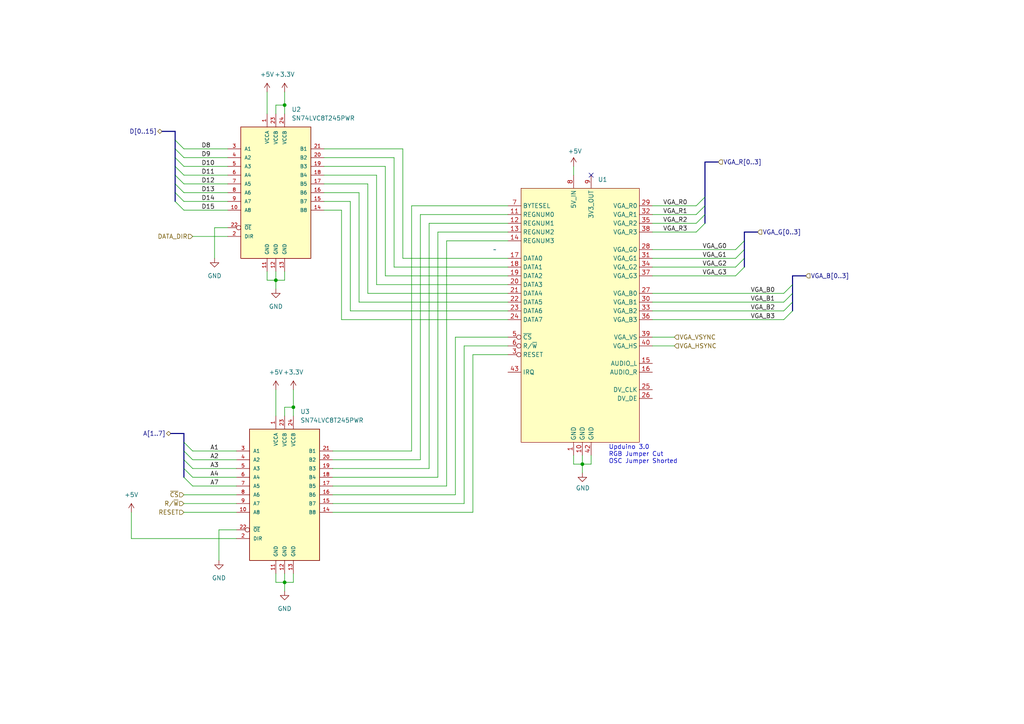
<source format=kicad_sch>
(kicad_sch (version 20230121) (generator eeschema)
  (paper "A4")
  (lib_symbols
    (symbol "+5V_1" (power) (pin_names (offset 0))
      (property "Value" "+5V_1" (at 0 3.556 0))
      (symbol "+5V_1_0_1"
        (polyline (pts (xy -0.762 1.27) (xy 0 2.54)))
        (polyline (pts (xy 0 0) (xy 0 2.54)))
        (polyline (pts (xy 0 2.54) (xy 0.762 1.27)))
      )
      (symbol "+5V_1_1_1"
        (pin power_in line (at 0 0 90) (length 0) hide (name "+5V") (number "1"))
      )
    )
    (symbol "Ddraig:SN74LVC8T245PWR" (pin_names (offset 1.016))
      (property "Reference" "U" (at -12.7 31.4706 0))
      (property "Value" "SN74LVC8T245PWR" (at 5.08 -10.16 0))
      (symbol "SN74LVC8T245PWR_0_0"
        (rectangle (start -10.16 -7.62) (end 10.16 30.48) (stroke (width 0.2032)) (fill (type background)))
        (pin power_in line (at -2.54 34.29 270) (length 3.81) (name "VCCA") (number "1"))
        (pin bidirectional line (at -13.97 6.35 0) (length 3.81) (name "A8") (number "10"))
        (pin power_in line (at -2.54 -11.43 90) (length 3.81) (name "GND") (number "11"))
        (pin power_in line (at 0 -11.43 90) (length 3.81) (name "GND") (number "12"))
        (pin power_in line (at 2.54 -11.43 90) (length 3.81) (name "GND") (number "13"))
        (pin bidirectional line (at 13.97 6.35 180) (length 3.81) (name "B8") (number "14"))
        (pin bidirectional line (at 13.97 8.89 180) (length 3.81) (name "B7") (number "15"))
        (pin bidirectional line (at 13.97 11.43 180) (length 3.81) (name "B6") (number "16"))
        (pin bidirectional line (at 13.97 13.97 180) (length 3.81) (name "B5") (number "17"))
        (pin bidirectional line (at 13.97 16.51 180) (length 3.81) (name "B4") (number "18"))
        (pin bidirectional line (at 13.97 19.05 180) (length 3.81) (name "B3") (number "19"))
        (pin input line (at -13.97 -1.27 0) (length 3.81) (name "DIR") (number "2"))
        (pin bidirectional line (at 13.97 21.59 180) (length 3.81) (name "B2") (number "20"))
        (pin bidirectional line (at 13.97 24.13 180) (length 3.81) (name "B1") (number "21"))
        (pin input inverted (at -13.97 1.27 0) (length 3.81) (name "~{OE}") (number "22"))
        (pin power_in line (at 0 34.29 270) (length 3.81) (name "VCCB") (number "23"))
        (pin power_in line (at 2.54 34.29 270) (length 3.81) (name "VCCB") (number "24"))
        (pin bidirectional line (at -13.97 24.13 0) (length 3.81) (name "A1") (number "3"))
        (pin bidirectional line (at -13.97 21.59 0) (length 3.81) (name "A2") (number "4"))
        (pin bidirectional line (at -13.97 19.05 0) (length 3.81) (name "A3") (number "5"))
        (pin bidirectional line (at -13.97 16.51 0) (length 3.81) (name "A4") (number "6"))
        (pin bidirectional line (at -13.97 13.97 0) (length 3.81) (name "A5") (number "7"))
        (pin bidirectional line (at -13.97 11.43 0) (length 3.81) (name "A6") (number "8"))
        (pin bidirectional line (at -13.97 8.89 0) (length 3.81) (name "A7") (number "9"))
      )
    )
    (symbol "Ddraig:Xosera_upduino"
      (property "Reference" "U" (at -25.4 0 0))
      (symbol "Xosera_upduino_1_1"
        (rectangle (start -17.78 17.78) (end 16.51 -55.88) (fill (type background)))
        (pin power_in line (at -2.54 -59.69 90) (length 3.81) (name "GND") (number "1"))
        (pin power_in line (at 0 -59.69 90) (length 3.81) (name "GND") (number "10"))
        (pin input line (at -21.59 10.16 0) (length 3.81) (name "REGNUM0") (number "11"))
        (pin input line (at -21.59 7.62 0) (length 3.81) (name "REGNUM1") (number "12"))
        (pin input line (at -21.59 5.08 0) (length 3.81) (name "REGNUM2") (number "13"))
        (pin input line (at -21.59 2.54 0) (length 3.81) (name "REGNUM3") (number "14"))
        (pin output line (at 20.32 -33.02 180) (length 3.81) (name "AUDIO_L") (number "15"))
        (pin output line (at 20.32 -35.56 180) (length 3.81) (name "AUDIO_R") (number "16"))
        (pin bidirectional line (at -21.59 -2.54 0) (length 3.81) (name "DATA0") (number "17"))
        (pin bidirectional line (at -21.59 -5.08 0) (length 3.81) (name "DATA1") (number "18"))
        (pin bidirectional line (at -21.59 -7.62 0) (length 3.81) (name "DATA2") (number "19"))
        (pin no_connect line (at -21.59 -40.64 0) (length 3.81) hide (name "NC") (number "2"))
        (pin bidirectional line (at -21.59 -10.16 0) (length 3.81) (name "DATA3") (number "20"))
        (pin bidirectional line (at -21.59 -12.7 0) (length 3.81) (name "DATA4") (number "21"))
        (pin bidirectional line (at -21.59 -15.24 0) (length 3.81) (name "DATA5") (number "22"))
        (pin bidirectional line (at -21.59 -17.78 0) (length 3.81) (name "DATA6") (number "23"))
        (pin bidirectional line (at -21.59 -20.32 0) (length 3.81) (name "DATA7") (number "24"))
        (pin output line (at 20.32 -40.64 180) (length 3.81) (name "DV_CLK") (number "25"))
        (pin output line (at 20.32 -43.18 180) (length 3.81) (name "DV_DE") (number "26"))
        (pin output line (at 20.32 -12.7 180) (length 3.81) (name "VGA_B0") (number "27"))
        (pin output line (at 20.32 0 180) (length 3.81) (name "VGA_G0") (number "28"))
        (pin output line (at 20.32 12.7 180) (length 3.81) (name "VGA_R0") (number "29"))
        (pin input inverted (at -21.59 -30.48 0) (length 3.81) (name "RESET") (number "3"))
        (pin output line (at 20.32 -15.24 180) (length 3.81) (name "VGA_B1") (number "30"))
        (pin output line (at 20.32 -2.54 180) (length 3.81) (name "VGA_G1") (number "31"))
        (pin output line (at 20.32 10.16 180) (length 3.81) (name "VGA_R1") (number "32"))
        (pin output line (at 20.32 -17.78 180) (length 3.81) (name "VGA_B2") (number "33"))
        (pin output line (at 20.32 -5.08 180) (length 3.81) (name "VGA_G2") (number "34"))
        (pin output line (at 20.32 7.62 180) (length 3.81) (name "VGA_R2") (number "35"))
        (pin output line (at 20.32 -20.32 180) (length 3.81) (name "VGA_B3") (number "36"))
        (pin output line (at 20.32 -7.62 180) (length 3.81) (name "VGA_G3") (number "37"))
        (pin output line (at 20.32 5.08 180) (length 3.81) (name "VGA_R3") (number "38"))
        (pin output line (at 20.32 -25.4 180) (length 3.81) (name "VGA_VS") (number "39"))
        (pin no_connect line (at -21.59 -43.18 0) (length 3.81) hide (name "NC") (number "4"))
        (pin output line (at 20.32 -27.94 180) (length 3.81) (name "VGA_HS") (number "40"))
        (pin no_connect line (at -21.59 -45.72 0) (length 3.81) hide (name "NC") (number "41"))
        (pin power_in line (at 2.54 -59.69 90) (length 3.81) (name "GND") (number "42"))
        (pin output line (at -21.59 -35.56 0) (length 3.81) (name "IRQ") (number "43"))
        (pin no_connect line (at -21.59 -48.26 0) (length 3.81) hide (name "NC") (number "44"))
        (pin no_connect line (at -21.59 -50.8 0) (length 3.81) hide (name "NC") (number "45"))
        (pin no_connect line (at 20.32 -48.26 180) (length 3.81) hide (name "NC") (number "46"))
        (pin no_connect line (at 20.32 -50.8 180) (length 3.81) hide (name "NC") (number "47"))
        (pin no_connect line (at 20.32 -53.34 180) (length 3.81) hide (name "NC") (number "48"))
        (pin input inverted (at -21.59 -25.4 0) (length 3.81) (name "~{CS}") (number "5"))
        (pin input inverted (at -21.59 -27.94 0) (length 3.81) (name "R/~{W}") (number "6"))
        (pin input line (at -21.59 12.7 0) (length 3.81) (name "BYTESEL") (number "7"))
        (pin power_in line (at -2.54 21.59 270) (length 3.81) (name "5V_IN") (number "8"))
        (pin power_out line (at 2.54 21.59 270) (length 3.81) (name "3V3_OUT") (number "9"))
      )
    )
    (symbol "GND_1" (power) (pin_names (offset 0))
      (property "Value" "GND_1" (at 0 -3.81 0))
      (symbol "GND_1_0_1"
        (polyline (pts (xy 0 0) (xy 0 -1.27) (xy 1.27 -1.27) (xy 0 -2.54) (xy -1.27 -1.27) (xy 0 -1.27)))
      )
      (symbol "GND_1_1_1"
        (pin power_in line (at 0 0 270) (length 0) hide (name "GND") (number "1"))
      )
    )
    (symbol "GND_2" (power) (pin_names (offset 0))
      (property "Value" "GND_2" (at 0 -3.81 0))
      (symbol "GND_2_0_1"
        (polyline (pts (xy 0 0) (xy 0 -1.27) (xy 1.27 -1.27) (xy 0 -2.54) (xy -1.27 -1.27) (xy 0 -1.27)))
      )
      (symbol "GND_2_1_1"
        (pin power_in line (at 0 0 270) (length 0) hide (name "GND") (number "1"))
      )
    )
    (symbol "power:+3.3V" (power) (pin_names (offset 0))
      (property "Value" "+3.3V" (at 0 3.556 0))
      (symbol "+3.3V_0_1"
        (polyline (pts (xy -0.762 1.27) (xy 0 2.54)))
        (polyline (pts (xy 0 0) (xy 0 2.54)))
        (polyline (pts (xy 0 2.54) (xy 0.762 1.27)))
      )
      (symbol "+3.3V_1_1"
        (pin power_in line (at 0 0 90) (length 0) hide (name "+3.3V") (number "1"))
      )
    )
    (symbol "power:+5V" (power) (pin_names (offset 0))
      (property "Value" "+5V" (at 0 3.556 0))
      (symbol "+5V_0_1"
        (polyline (pts (xy -0.762 1.27) (xy 0 2.54)))
        (polyline (pts (xy 0 0) (xy 0 2.54)))
        (polyline (pts (xy 0 2.54) (xy 0.762 1.27)))
      )
      (symbol "+5V_1_1"
        (pin power_in line (at 0 0 90) (length 0) hide (name "+5V") (number "1"))
      )
    )
    (symbol "power:GND" (power) (pin_names (offset 0))
      (property "Value" "GND" (at 0 -3.81 0))
      (symbol "GND_0_1"
        (polyline (pts (xy 0 0) (xy 0 -1.27) (xy 1.27 -1.27) (xy 0 -2.54) (xy -1.27 -1.27) (xy 0 -1.27)))
      )
      (symbol "GND_1_1"
        (pin power_in line (at 0 0 270) (length 0) hide (name "GND") (number "1"))
      )
    )
  )
  (junction (at 85.09 118.11))
  (junction (at 82.55 168.91))
  (junction (at 80.01 81.28))
  (junction (at 168.91 134.62))
  (junction (at 82.55 30.48))
  (no_connect (at 171.45 50.8))
  (bus_entry (at 50.8 45.72) (size 2.54 2.54))
  (bus_entry (at 229.87 90.17) (size -2.54 2.54))
  (bus_entry (at 50.8 48.26) (size 2.54 2.54))
  (bus_entry (at 229.87 87.63) (size -2.54 2.54))
  (bus_entry (at 53.34 128.27) (size 2.54 2.54))
  (bus_entry (at 53.34 135.89) (size 2.54 2.54))
  (bus_entry (at 229.87 85.09) (size -2.54 2.54))
  (bus_entry (at 53.34 138.43) (size 2.54 2.54))
  (bus_entry (at 215.9 72.39) (size -2.54 2.54))
  (bus_entry (at 50.8 50.8) (size 2.54 2.54))
  (bus_entry (at 53.34 133.35) (size 2.54 2.54))
  (bus_entry (at 50.8 58.42) (size 2.54 2.54))
  (bus_entry (at 215.9 69.85) (size -2.54 2.54))
  (bus_entry (at 50.8 53.34) (size 2.54 2.54))
  (bus_entry (at 53.34 130.81) (size 2.54 2.54))
  (bus_entry (at 204.47 64.77) (size -2.54 2.54))
  (bus_entry (at 229.87 82.55) (size -2.54 2.54))
  (bus_entry (at 215.9 74.93) (size -2.54 2.54))
  (bus_entry (at 50.8 55.88) (size 2.54 2.54))
  (bus_entry (at 50.8 40.64) (size 2.54 2.54))
  (bus_entry (at 204.47 62.23) (size -2.54 2.54))
  (bus_entry (at 50.8 43.18) (size 2.54 2.54))
  (bus_entry (at 215.9 77.47) (size -2.54 2.54))
  (bus_entry (at 204.47 57.15) (size -2.54 2.54))
  (bus_entry (at 204.47 59.69) (size -2.54 2.54))
  (wire (pts (xy 116.84 43.18) (xy 116.84 74.93)))
  (wire (pts (xy 171.45 134.62) (xy 171.45 132.08)))
  (wire (pts (xy 53.34 45.72) (xy 66.04 45.72)))
  (wire (pts (xy 168.91 132.08) (xy 168.91 134.62)))
  (bus (pts (xy 50.8 58.42) (xy 50.8 55.88)))
  (wire (pts (xy 93.98 58.42) (xy 101.6 58.42)))
  (wire (pts (xy 101.6 58.42) (xy 101.6 90.17)))
  (wire (pts (xy 80.01 30.48) (xy 82.55 30.48)))
  (wire (pts (xy 77.47 81.28) (xy 80.01 81.28)))
  (wire (pts (xy 80.01 78.74) (xy 80.01 81.28)))
  (wire (pts (xy 55.88 138.43) (xy 68.58 138.43)))
  (wire (pts (xy 85.09 113.03) (xy 85.09 118.11)))
  (bus (pts (xy 204.47 46.99) (xy 204.47 57.15)))
  (bus (pts (xy 50.8 40.64) (xy 50.8 38.1)))
  (wire (pts (xy 77.47 78.74) (xy 77.47 81.28)))
  (wire (pts (xy 82.55 118.11) (xy 85.09 118.11)))
  (wire (pts (xy 80.01 168.91) (xy 82.55 168.91)))
  (wire (pts (xy 189.23 72.39) (xy 213.36 72.39)))
  (wire (pts (xy 189.23 67.31) (xy 201.93 67.31)))
  (wire (pts (xy 55.88 135.89) (xy 68.58 135.89)))
  (wire (pts (xy 53.34 58.42) (xy 66.04 58.42)))
  (wire (pts (xy 109.22 82.55) (xy 147.32 82.55)))
  (wire (pts (xy 82.55 168.91) (xy 82.55 171.45)))
  (bus (pts (xy 50.8 48.26) (xy 50.8 45.72)))
  (wire (pts (xy 114.3 77.47) (xy 147.32 77.47)))
  (wire (pts (xy 96.52 146.05) (xy 134.62 146.05)))
  (wire (pts (xy 168.91 134.62) (xy 171.45 134.62)))
  (wire (pts (xy 189.23 92.71) (xy 227.33 92.71)))
  (bus (pts (xy 50.8 50.8) (xy 50.8 48.26)))
  (wire (pts (xy 53.34 148.59) (xy 68.58 148.59)))
  (wire (pts (xy 189.23 87.63) (xy 227.33 87.63)))
  (wire (pts (xy 124.46 64.77) (xy 147.32 64.77)))
  (wire (pts (xy 121.92 62.23) (xy 147.32 62.23)))
  (wire (pts (xy 55.88 130.81) (xy 68.58 130.81)))
  (wire (pts (xy 96.52 138.43) (xy 127 138.43)))
  (wire (pts (xy 63.5 153.67) (xy 63.5 162.56)))
  (wire (pts (xy 53.34 60.96) (xy 66.04 60.96)))
  (wire (pts (xy 96.52 133.35) (xy 121.92 133.35)))
  (wire (pts (xy 96.52 135.89) (xy 124.46 135.89)))
  (wire (pts (xy 96.52 140.97) (xy 129.54 140.97)))
  (wire (pts (xy 62.23 66.04) (xy 62.23 74.93)))
  (wire (pts (xy 189.23 74.93) (xy 213.36 74.93)))
  (wire (pts (xy 80.01 33.02) (xy 80.01 30.48)))
  (wire (pts (xy 124.46 135.89) (xy 124.46 64.77)))
  (wire (pts (xy 93.98 45.72) (xy 114.3 45.72)))
  (wire (pts (xy 55.88 140.97) (xy 68.58 140.97)))
  (wire (pts (xy 189.23 80.01) (xy 213.36 80.01)))
  (wire (pts (xy 134.62 100.33) (xy 147.32 100.33)))
  (wire (pts (xy 80.01 81.28) (xy 80.01 83.82)))
  (wire (pts (xy 82.55 30.48) (xy 82.55 33.02)))
  (bus (pts (xy 53.34 135.89) (xy 53.34 133.35)))
  (wire (pts (xy 99.06 60.96) (xy 99.06 92.71)))
  (wire (pts (xy 116.84 74.93) (xy 147.32 74.93)))
  (wire (pts (xy 147.32 102.87) (xy 137.16 102.87)))
  (wire (pts (xy 93.98 43.18) (xy 116.84 43.18)))
  (bus (pts (xy 53.34 130.81) (xy 53.34 128.27)))
  (bus (pts (xy 50.8 43.18) (xy 50.8 40.64)))
  (wire (pts (xy 166.37 132.08) (xy 166.37 134.62)))
  (wire (pts (xy 53.34 48.26) (xy 66.04 48.26)))
  (wire (pts (xy 129.54 140.97) (xy 129.54 69.85)))
  (wire (pts (xy 93.98 55.88) (xy 104.14 55.88)))
  (wire (pts (xy 80.01 81.28) (xy 82.55 81.28)))
  (bus (pts (xy 215.9 69.85) (xy 215.9 67.31)))
  (bus (pts (xy 50.8 53.34) (xy 50.8 50.8)))
  (wire (pts (xy 82.55 26.67) (xy 82.55 30.48)))
  (wire (pts (xy 82.55 120.65) (xy 82.55 118.11)))
  (wire (pts (xy 127 138.43) (xy 127 67.31)))
  (bus (pts (xy 46.99 38.1) (xy 50.8 38.1)))
  (bus (pts (xy 233.68 80.01) (xy 229.87 80.01)))
  (bus (pts (xy 229.87 87.63) (xy 229.87 90.17)))
  (wire (pts (xy 99.06 92.71) (xy 147.32 92.71)))
  (wire (pts (xy 119.38 130.81) (xy 119.38 59.69)))
  (wire (pts (xy 189.23 100.33) (xy 195.58 100.33)))
  (wire (pts (xy 189.23 62.23) (xy 201.93 62.23)))
  (bus (pts (xy 208.28 46.99) (xy 204.47 46.99)))
  (wire (pts (xy 63.5 153.67) (xy 68.58 153.67)))
  (wire (pts (xy 189.23 64.77) (xy 201.93 64.77)))
  (wire (pts (xy 129.54 69.85) (xy 147.32 69.85)))
  (bus (pts (xy 204.47 64.77) (xy 204.47 62.23)))
  (wire (pts (xy 166.37 48.26) (xy 166.37 50.8)))
  (wire (pts (xy 53.34 43.18) (xy 66.04 43.18)))
  (wire (pts (xy 96.52 148.59) (xy 137.16 148.59)))
  (bus (pts (xy 50.8 45.72) (xy 50.8 43.18)))
  (wire (pts (xy 121.92 133.35) (xy 121.92 62.23)))
  (wire (pts (xy 77.47 26.67) (xy 77.47 33.02)))
  (wire (pts (xy 119.38 59.69) (xy 147.32 59.69)))
  (bus (pts (xy 204.47 57.15) (xy 204.47 59.69)))
  (wire (pts (xy 93.98 48.26) (xy 111.76 48.26)))
  (wire (pts (xy 93.98 50.8) (xy 109.22 50.8)))
  (bus (pts (xy 53.34 135.89) (xy 53.34 138.43)))
  (wire (pts (xy 127 67.31) (xy 147.32 67.31)))
  (wire (pts (xy 96.52 143.51) (xy 132.08 143.51)))
  (wire (pts (xy 189.23 59.69) (xy 201.93 59.69)))
  (wire (pts (xy 114.3 45.72) (xy 114.3 77.47)))
  (bus (pts (xy 229.87 85.09) (xy 229.87 82.55)))
  (wire (pts (xy 111.76 48.26) (xy 111.76 80.01)))
  (bus (pts (xy 229.87 85.09) (xy 229.87 87.63)))
  (wire (pts (xy 134.62 146.05) (xy 134.62 100.33)))
  (wire (pts (xy 106.68 85.09) (xy 147.32 85.09)))
  (bus (pts (xy 215.9 74.93) (xy 215.9 77.47)))
  (wire (pts (xy 111.76 80.01) (xy 147.32 80.01)))
  (wire (pts (xy 80.01 166.37) (xy 80.01 168.91)))
  (wire (pts (xy 96.52 130.81) (xy 119.38 130.81)))
  (bus (pts (xy 229.87 82.55) (xy 229.87 80.01)))
  (wire (pts (xy 53.34 143.51) (xy 68.58 143.51)))
  (wire (pts (xy 104.14 55.88) (xy 104.14 87.63)))
  (wire (pts (xy 132.08 143.51) (xy 132.08 97.79)))
  (bus (pts (xy 53.34 128.27) (xy 53.34 125.73)))
  (wire (pts (xy 53.34 53.34) (xy 66.04 53.34)))
  (wire (pts (xy 189.23 85.09) (xy 227.33 85.09)))
  (wire (pts (xy 55.88 133.35) (xy 68.58 133.35)))
  (wire (pts (xy 189.23 90.17) (xy 227.33 90.17)))
  (bus (pts (xy 50.8 55.88) (xy 50.8 53.34)))
  (wire (pts (xy 80.01 113.03) (xy 80.01 120.65)))
  (wire (pts (xy 85.09 168.91) (xy 85.09 166.37)))
  (wire (pts (xy 82.55 81.28) (xy 82.55 78.74)))
  (wire (pts (xy 189.23 77.47) (xy 213.36 77.47)))
  (bus (pts (xy 204.47 59.69) (xy 204.47 62.23)))
  (wire (pts (xy 132.08 97.79) (xy 147.32 97.79)))
  (wire (pts (xy 137.16 102.87) (xy 137.16 148.59)))
  (wire (pts (xy 55.88 68.58) (xy 66.04 68.58)))
  (bus (pts (xy 219.71 67.31) (xy 215.9 67.31)))
  (bus (pts (xy 53.34 133.35) (xy 53.34 130.81)))
  (wire (pts (xy 53.34 146.05) (xy 68.58 146.05)))
  (wire (pts (xy 106.68 53.34) (xy 106.68 85.09)))
  (wire (pts (xy 109.22 50.8) (xy 109.22 82.55)))
  (wire (pts (xy 93.98 53.34) (xy 106.68 53.34)))
  (wire (pts (xy 101.6 90.17) (xy 147.32 90.17)))
  (bus (pts (xy 215.9 72.39) (xy 215.9 69.85)))
  (wire (pts (xy 168.91 134.62) (xy 168.91 137.16)))
  (wire (pts (xy 195.58 97.79) (xy 189.23 97.79)))
  (bus (pts (xy 49.53 125.73) (xy 53.34 125.73)))
  (wire (pts (xy 104.14 87.63) (xy 147.32 87.63)))
  (wire (pts (xy 62.23 66.04) (xy 66.04 66.04)))
  (wire (pts (xy 85.09 118.11) (xy 85.09 120.65)))
  (wire (pts (xy 82.55 168.91) (xy 85.09 168.91)))
  (wire (pts (xy 166.37 134.62) (xy 168.91 134.62)))
  (wire (pts (xy 53.34 50.8) (xy 66.04 50.8)))
  (wire (pts (xy 38.1 148.59) (xy 38.1 156.21)))
  (bus (pts (xy 215.9 72.39) (xy 215.9 74.93)))
  (wire (pts (xy 93.98 60.96) (xy 99.06 60.96)))
  (wire (pts (xy 38.1 156.21) (xy 68.58 156.21)))
  (wire (pts (xy 82.55 166.37) (xy 82.55 168.91)))
  (wire (pts (xy 53.34 55.88) (xy 66.04 55.88)))
  (text "Upduino 3.0\nRGB Jumper Cut\nOSC Jumper Shorted" (at 176.53 134.62 0) (effects (font (size 1.27 1.27)) (justify left bottom)))
  (label "VGA_G2" (at 210.82 77.47 180))
  (label "VGA_R0" (at 199.39 59.69 180))
  (label "VGA_B1" (at 224.79 87.63 180))
  (label "VGA_B3" (at 224.79 92.71 180))
  (label "D13" (at 58.42 55.88 0))
  (label "D15" (at 58.42 60.96 0))
  (label "VGA_B2" (at 224.79 90.17 180))
  (label "A3" (at 60.96 135.89 0))
  (label "VGA_B0" (at 224.79 85.09 180))
  (label "A7" (at 60.96 140.97 0))
  (label "VGA_G1" (at 210.82 74.93 180))
  (label "D11" (at 58.42 50.8 0))
  (label "D12" (at 58.42 53.34 0))
  (label "D8" (at 58.42 43.18 0))
  (label "VGA_R2" (at 199.39 64.77 180))
  (label "VGA_G0" (at 210.82 72.39 180))
  (label "D9" (at 58.42 45.72 0))
  (label "D14" (at 58.42 58.42 0))
  (label "D10" (at 58.42 48.26 0))
  (label "A4" (at 60.96 138.43 0))
  (label "VGA_R3" (at 199.39 67.31 180))
  (label "VGA_G3" (at 210.82 80.01 180))
  (label "A1" (at 60.96 130.81 0))
  (label "VGA_R1" (at 199.39 62.23 180))
  (label "A2" (at 60.96 133.35 0))
  (hierarchical_label "~{CS}" (shape input) (at 53.34 143.51 180))
  (hierarchical_label "RESET" (shape input) (at 53.34 148.59 180))
  (hierarchical_label "DATA_DIR" (shape input) (at 55.88 68.58 180))
  (hierarchical_label "A[1..7]" (shape bidirectional) (at 49.53 125.73 180))
  (hierarchical_label "VGA_R[0..3]" (shape input) (at 208.28 46.99 0))
  (hierarchical_label "D[0..15]" (shape bidirectional) (at 46.99 38.1 180))
  (hierarchical_label "VGA_VSYNC" (shape input) (at 195.58 97.79 0))
  (hierarchical_label "VGA_G[0..3]" (shape input) (at 219.71 67.31 0))
  (hierarchical_label "VGA_B[0..3]" (shape input) (at 233.68 80.01 0))
  (hierarchical_label "VGA_HSYNC" (shape input) (at 195.58 100.33 0))
  (hierarchical_label "R{slash}~{W}" (shape input) (at 53.34 146.05 180))
  (symbol (lib_id "Ddraig:SN74LVC8T245PWR") (at 80.01 67.31 0) (unit 1)
    (property "Reference" "U2" (at 84.5694 31.75 0) (effects (justify left)))
    (property "Value" "SN74LVC8T245PWR" (at 84.5694 34.29 0) (effects (justify left)))
    (property "Footprint" "Ddraig:SOP65P640X120-24N" (effects hide))
  )
  (symbol (lib_id "Ddraig:SN74LVC8T245PWR") (at 82.55 154.94 0) (unit 1)
    (property "Reference" "U3" (at 87.1094 119.38 0) (effects (justify left)))
    (property "Value" "SN74LVC8T245PWR" (at 87.1094 121.92 0) (effects (justify left)))
    (property "Footprint" "Ddraig:SOP65P640X120-24N" (effects hide))
  )
  (symbol (lib_name "GND_2") (lib_id "power:GND") (at 62.23 74.93 0) (unit 1)
    (property "Reference" "#PWR04" (effects hide))
    (property "Value" "GND" (at 62.23 80.01 0))
  )
  (symbol (lib_id "power:GND") (at 168.91 137.16 0) (unit 1)
    (property "Reference" "#PWR?" (effects hide))
    (property "Value" "GND" (at 169.037 141.5542 0))
    (instances (project "GfxXosera" (path "" (reference "#PWR?") (unit 1)) (path "" (reference "#PWR02") (unit 1))) (project "" (path "" (reference "#PWR?") (unit 1))))
  )
  (symbol (lib_name "+5V_1") (lib_id "power:+5V") (at 80.01 113.03 0) (unit 1)
    (property "Reference" "#PWR07" (effects hide))
    (property "Value" "+5V" (at 80.01 107.95 0))
  )
  (symbol (lib_id "power:+5V") (at 166.37 48.26 0) (unit 1)
    (property "Reference" "#PWR?" (effects hide))
    (property "Value" "+5V" (at 166.751 43.8658 0))
    (instances (project "GfxXosera" (path "" (reference "#PWR?") (unit 1)) (path "" (reference "#PWR01") (unit 1))) (project "" (path "" (reference "#PWR?") (unit 1))))
  )
  (symbol (lib_id "power:+3.3V") (at 82.55 26.67 0) (unit 1)
    (property "Reference" "#PWR06" (effects hide))
    (property "Value" "+3.3V" (at 82.55 21.59 0))
  )
  (symbol (lib_name "GND_1") (lib_id "power:GND") (at 80.01 83.82 0) (unit 1)
    (property "Reference" "#PWR03" (effects hide))
    (property "Value" "GND" (at 80.01 88.9 0))
  )
  (symbol (lib_name "GND_2") (lib_id "power:GND") (at 63.5 162.56 0) (unit 1)
    (property "Reference" "#PWR011" (effects hide))
    (property "Value" "GND" (at 63.5 167.64 0))
  )
  (symbol (lib_id "Ddraig:Xosera_upduino") (at 168.91 72.39 0) (unit 1)
    (property "Reference" "U1" (at 173.4059 52.07 0) (effects (justify left)))
    (property "Value" "~" (at 143.51 72.39 0))
  )
  (symbol (lib_name "+5V_1") (lib_id "power:+5V") (at 38.1 148.59 0) (unit 1)
    (property "Reference" "#PWR010" (effects hide))
    (property "Value" "+5V" (at 38.1 143.51 0))
  )
  (symbol (lib_name "+5V_1") (lib_id "power:+5V") (at 77.47 26.67 0) (unit 1)
    (property "Reference" "#PWR05" (effects hide))
    (property "Value" "+5V" (at 77.47 21.59 0))
  )
  (symbol (lib_id "power:+3.3V") (at 85.09 113.03 0) (unit 1)
    (property "Reference" "#PWR08" (effects hide))
    (property "Value" "+3.3V" (at 85.09 107.95 0))
  )
  (symbol (lib_name "GND_1") (lib_id "power:GND") (at 82.55 171.45 0) (unit 1)
    (property "Reference" "#PWR09" (effects hide))
    (property "Value" "GND" (at 82.55 176.53 0))
  )
)
</source>
